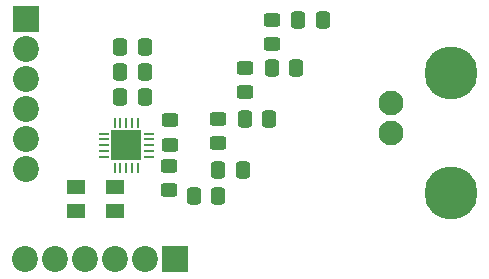
<source format=gbr>
%TF.GenerationSoftware,KiCad,Pcbnew,8.0.3*%
%TF.CreationDate,2024-10-23T17:14:16+02:00*%
%TF.ProjectId,aprs_test_board,61707273-5f74-4657-9374-5f626f617264,rev?*%
%TF.SameCoordinates,Original*%
%TF.FileFunction,Soldermask,Top*%
%TF.FilePolarity,Negative*%
%FSLAX46Y46*%
G04 Gerber Fmt 4.6, Leading zero omitted, Abs format (unit mm)*
G04 Created by KiCad (PCBNEW 8.0.3) date 2024-10-23 17:14:16*
%MOMM*%
%LPD*%
G01*
G04 APERTURE LIST*
G04 Aperture macros list*
%AMRoundRect*
0 Rectangle with rounded corners*
0 $1 Rounding radius*
0 $2 $3 $4 $5 $6 $7 $8 $9 X,Y pos of 4 corners*
0 Add a 4 corners polygon primitive as box body*
4,1,4,$2,$3,$4,$5,$6,$7,$8,$9,$2,$3,0*
0 Add four circle primitives for the rounded corners*
1,1,$1+$1,$2,$3*
1,1,$1+$1,$4,$5*
1,1,$1+$1,$6,$7*
1,1,$1+$1,$8,$9*
0 Add four rect primitives between the rounded corners*
20,1,$1+$1,$2,$3,$4,$5,0*
20,1,$1+$1,$4,$5,$6,$7,0*
20,1,$1+$1,$6,$7,$8,$9,0*
20,1,$1+$1,$8,$9,$2,$3,0*%
G04 Aperture macros list end*
%ADD10RoundRect,0.250000X-0.337500X-0.475000X0.337500X-0.475000X0.337500X0.475000X-0.337500X0.475000X0*%
%ADD11RoundRect,0.250000X0.450000X-0.325000X0.450000X0.325000X-0.450000X0.325000X-0.450000X-0.325000X0*%
%ADD12RoundRect,0.250000X0.337500X0.475000X-0.337500X0.475000X-0.337500X-0.475000X0.337500X-0.475000X0*%
%ADD13RoundRect,0.250000X-0.450000X0.325000X-0.450000X-0.325000X0.450000X-0.325000X0.450000X0.325000X0*%
%ADD14R,1.600000X1.300000*%
%ADD15R,2.200000X2.200000*%
%ADD16C,2.200000*%
%ADD17RoundRect,0.062500X0.362500X0.062500X-0.362500X0.062500X-0.362500X-0.062500X0.362500X-0.062500X0*%
%ADD18RoundRect,0.062500X0.062500X0.362500X-0.062500X0.362500X-0.062500X-0.362500X0.062500X-0.362500X0*%
%ADD19R,2.600000X2.600000*%
%ADD20C,2.100000*%
%ADD21C,4.500000*%
G04 APERTURE END LIST*
D10*
%TO.C,C8*%
X100345000Y-95080000D03*
X102420000Y-95080000D03*
%TD*%
D11*
%TO.C,L4*%
X110940000Y-98910000D03*
X110940000Y-96860000D03*
%TD*%
D12*
%TO.C,C5*%
X117497500Y-92780000D03*
X115422500Y-92780000D03*
%TD*%
%TO.C,C4*%
X115267500Y-96865000D03*
X113192500Y-96865000D03*
%TD*%
D11*
%TO.C,L5*%
X113190000Y-94835000D03*
X113190000Y-92785000D03*
%TD*%
D12*
%TO.C,C3*%
X112987500Y-101165000D03*
X110912500Y-101165000D03*
%TD*%
D13*
%TO.C,L1*%
X104530000Y-101312500D03*
X104530000Y-103362500D03*
%TD*%
D12*
%TO.C,C2*%
X110717500Y-105475000D03*
X108642500Y-105475000D03*
%TD*%
D10*
%TO.C,C7*%
X100345000Y-97190000D03*
X102420000Y-97190000D03*
%TD*%
D14*
%TO.C,Y1*%
X99920000Y-106980000D03*
X96620000Y-106980000D03*
X96620000Y-108980000D03*
X99920000Y-108980000D03*
%TD*%
D10*
%TO.C,C6*%
X100342500Y-99290000D03*
X102417500Y-99290000D03*
%TD*%
D15*
%TO.C,J2*%
X92350000Y-92750000D03*
D16*
X92350000Y-95290000D03*
X92350000Y-97830000D03*
X92350000Y-100370000D03*
X92350000Y-102910000D03*
X92350000Y-105450000D03*
%TD*%
D15*
%TO.C,J3*%
X104960000Y-113070000D03*
D16*
X102420000Y-113070000D03*
X99880000Y-113070000D03*
X97340000Y-113070000D03*
X94800000Y-113070000D03*
X92260000Y-113070000D03*
%TD*%
D13*
%TO.C,L2*%
X104520000Y-105160000D03*
X104520000Y-107210000D03*
%TD*%
D17*
%TO.C,U1*%
X102795000Y-104420000D03*
X102795000Y-103920000D03*
X102795000Y-103420000D03*
X102795000Y-102920000D03*
X102795000Y-102420000D03*
D18*
X101870000Y-101495000D03*
X101370000Y-101495000D03*
X100870000Y-101495000D03*
X100370000Y-101495000D03*
X99870000Y-101495000D03*
D17*
X98945000Y-102420000D03*
X98945000Y-102920000D03*
X98945000Y-103420000D03*
X98945000Y-103920000D03*
X98945000Y-104420000D03*
D18*
X99870000Y-105345000D03*
X100370000Y-105345000D03*
X100870000Y-105345000D03*
X101370000Y-105345000D03*
X101870000Y-105345000D03*
D19*
X100870000Y-103420000D03*
%TD*%
D11*
%TO.C,L3*%
X108660000Y-103230000D03*
X108660000Y-101180000D03*
%TD*%
D20*
%TO.C,J1*%
X123280000Y-99800000D03*
X123280000Y-102340000D03*
D21*
X128360000Y-97260000D03*
X128360000Y-107420000D03*
%TD*%
D10*
%TO.C,C1*%
X106572500Y-107685000D03*
X108647500Y-107685000D03*
%TD*%
M02*

</source>
